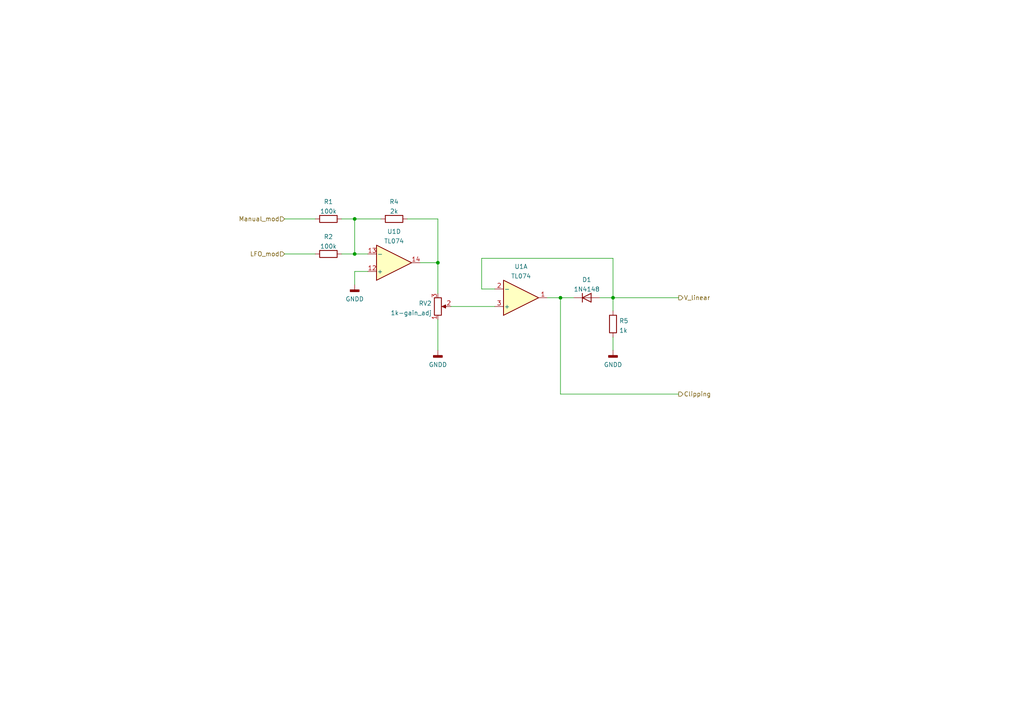
<source format=kicad_sch>
(kicad_sch (version 20211123) (generator eeschema)
  (paper "A4")
  (title_block (title "FGVCO - Core 1") (date "2022-06-30") (company "Filippo Gottardo"))
  (lib_symbols
    (symbol "Amplifier_Operational:TL074" (pin_names (offset 0.127))
      (property "Reference" "U" (at 0 5.08 0))
      (property "Value" "TL074" (at 0 -5.08 0))
      (symbol "TL074_1_1"
        (polyline (pts (xy -5.08 5.08) (xy 5.08 0) (xy -5.08 -5.08) (xy -5.08 5.08)) (stroke (width 0.254)) (fill (type background)))
        (pin output line (at 7.62 0 180) (length 2.54) (name "~") (number "1"))
        (pin input line (at -7.62 -2.54 0) (length 2.54) (name "-") (number "2"))
        (pin input line (at -7.62 2.54 0) (length 2.54) (name "+") (number "3"))
      )
      (symbol "TL074_2_1"
        (polyline (pts (xy -5.08 5.08) (xy 5.08 0) (xy -5.08 -5.08) (xy -5.08 5.08)) (stroke (width 0.254)) (fill (type background)))
        (pin input line (at -7.62 2.54 0) (length 2.54) (name "+") (number "5"))
        (pin input line (at -7.62 -2.54 0) (length 2.54) (name "-") (number "6"))
        (pin output line (at 7.62 0 180) (length 2.54) (name "~") (number "7"))
      )
      (symbol "TL074_3_1"
        (polyline (pts (xy -5.08 5.08) (xy 5.08 0) (xy -5.08 -5.08) (xy -5.08 5.08)) (stroke (width 0.254)) (fill (type background)))
        (pin input line (at -7.62 2.54 0) (length 2.54) (name "+") (number "10"))
        (pin output line (at 7.62 0 180) (length 2.54) (name "~") (number "8"))
        (pin input line (at -7.62 -2.54 0) (length 2.54) (name "-") (number "9"))
      )
      (symbol "TL074_4_1"
        (polyline (pts (xy -5.08 5.08) (xy 5.08 0) (xy -5.08 -5.08) (xy -5.08 5.08)) (stroke (width 0.254)) (fill (type background)))
        (pin input line (at -7.62 2.54 0) (length 2.54) (name "+") (number "12"))
        (pin input line (at -7.62 -2.54 0) (length 2.54) (name "-") (number "13"))
        (pin output line (at 7.62 0 180) (length 2.54) (name "~") (number "14"))
      )
      (symbol "TL074_5_1"
        (pin power_in line (at -2.54 -7.62 90) (length 3.81) (name "V-") (number "11"))
        (pin power_in line (at -2.54 7.62 270) (length 3.81) (name "V+") (number "4"))
      )
    )
    (symbol "Device:R" (pin_numbers hide) (pin_names (offset 0))
      (property "Reference" "R" (at 2.032 0 90))
      (property "Value" "R" (at 0 0 90))
      (symbol "R_0_1"
        (rectangle (start -1.016 -2.54) (end 1.016 2.54) (stroke (width 0.254)))
      )
      (symbol "R_1_1"
        (pin passive line (at 0 3.81 270) (length 1.27) (name "~") (number "1"))
        (pin passive line (at 0 -3.81 90) (length 1.27) (name "~") (number "2"))
      )
    )
    (symbol "Device:R_Potentiometer" (pin_names (offset 1.016) hide)
      (property "Reference" "RV" (at -4.445 0 90))
      (property "Value" "R_Potentiometer" (at -2.54 0 90))
      (symbol "R_Potentiometer_0_1"
        (polyline (pts (xy 2.54 0) (xy 1.524 0)))
        (polyline (pts (xy 1.143 0) (xy 2.286 0.508) (xy 2.286 -0.508) (xy 1.143 0)) (fill (type outline)))
        (rectangle (start 1.016 2.54) (end -1.016 -2.54) (stroke (width 0.254)))
      )
      (symbol "R_Potentiometer_1_1"
        (pin passive line (at 0 3.81 270) (length 1.27) (name "1") (number "1"))
        (pin passive line (at 3.81 0 180) (length 1.27) (name "2") (number "2"))
        (pin passive line (at 0 -3.81 90) (length 1.27) (name "3") (number "3"))
      )
    )
    (symbol "Diode:1N4148" (pin_numbers hide) (pin_names (offset 1.016) hide)
      (property "Reference" "D" (at 0 2.54 0))
      (property "Value" "1N4148" (at 0 -2.54 0))
      (symbol "1N4148_0_1"
        (polyline (pts (xy -1.27 1.27) (xy -1.27 -1.27)) (stroke (width 0.254)))
        (polyline (pts (xy 1.27 0) (xy -1.27 0)))
        (polyline (pts (xy 1.27 1.27) (xy 1.27 -1.27) (xy -1.27 0) (xy 1.27 1.27)) (stroke (width 0.254)))
      )
      (symbol "1N4148_1_1"
        (pin passive line (at -3.81 0 0) (length 2.54) (name "K") (number "1"))
        (pin passive line (at 3.81 0 180) (length 2.54) (name "A") (number "2"))
      )
    )
    (symbol "power:GNDD" (power) (pin_names (offset 0))
      (property "Value" "GNDD" (at 0 -3.175 0))
      (symbol "GNDD_0_1"
        (rectangle (start -1.27 -1.524) (end 1.27 -2.032) (stroke (width 0.254)) (fill (type outline)))
        (polyline (pts (xy 0 0) (xy 0 -1.524)))
      )
      (symbol "GNDD_1_1"
        (pin power_in line (at 0 0 270) (length 0) hide (name "GNDD") (number "1"))
      )
    )
  )
  (junction (at 102.87 63.5))
  (junction (at 177.8 86.36))
  (junction (at 127 76.2))
  (junction (at 162.56 86.36))
  (junction (at 102.87 73.66))
  (wire (pts (xy 127 76.2) (xy 121.92 76.2)))
  (wire (pts (xy 127 76.2) (xy 127 85.09)))
  (wire (pts (xy 102.87 73.66) (xy 106.68 73.66)))
  (wire (pts (xy 177.8 86.36) (xy 173.99 86.36)))
  (wire (pts (xy 177.8 86.36) (xy 177.8 90.17)))
  (wire (pts (xy 177.8 74.93) (xy 177.8 86.36)))
  (wire (pts (xy 162.56 86.36) (xy 166.37 86.36)))
  (wire (pts (xy 110.49 63.5) (xy 102.87 63.5)))
  (wire (pts (xy 99.06 73.66) (xy 102.87 73.66)))
  (wire (pts (xy 82.55 63.5) (xy 91.44 63.5)))
  (wire (pts (xy 118.11 63.5) (xy 127 63.5)))
  (wire (pts (xy 162.56 114.3) (xy 196.85 114.3)))
  (wire (pts (xy 82.55 73.66) (xy 91.44 73.66)))
  (wire (pts (xy 130.81 88.9) (xy 143.51 88.9)))
  (wire (pts (xy 127 92.71) (xy 127 101.6)))
  (wire (pts (xy 139.7 74.93) (xy 177.8 74.93)))
  (wire (pts (xy 102.87 63.5) (xy 102.87 73.66)))
  (wire (pts (xy 158.75 86.36) (xy 162.56 86.36)))
  (wire (pts (xy 177.8 86.36) (xy 196.85 86.36)))
  (wire (pts (xy 102.87 78.74) (xy 102.87 82.55)))
  (wire (pts (xy 99.06 63.5) (xy 102.87 63.5)))
  (wire (pts (xy 106.68 78.74) (xy 102.87 78.74)))
  (wire (pts (xy 127 63.5) (xy 127 76.2)))
  (wire (pts (xy 177.8 97.79) (xy 177.8 101.6)))
  (wire (pts (xy 143.51 83.82) (xy 139.7 83.82)))
  (wire (pts (xy 162.56 86.36) (xy 162.56 114.3)))
  (wire (pts (xy 139.7 83.82) (xy 139.7 74.93)))
  (hierarchical_label "V_linear" (shape output) (at 196.85 86.36 0))
  (hierarchical_label "Clipping" (shape output) (at 196.85 114.3 0))
  (hierarchical_label "Manual_mod" (shape input) (at 82.55 63.5 180))
  (hierarchical_label "LFO_mod" (shape input) (at 82.55 73.66 180))
  (symbol (lib_id "Device:R") (at 95.25 63.5 90) (unit 1)
    (property "Reference" "R1" (at 95.25 58.5175 90))
    (property "Value" "100k" (at 95.25 61.2926 90))
    (property "Footprint" "Resistor_THT:R_Axial_DIN0207_L6.3mm_D2.5mm_P10.16mm_Horizontal" (effects hide))
  )
  (symbol (lib_id "Amplifier_Operational:TL074") (at 151.13 86.36 0) (mirror x) (unit 1)
    (property "Reference" "U1" (at 151.13 77.3135 0))
    (property "Value" "TL074" (at 151.13 80.0886 0))
    (property "Footprint" "Custom Footprints:DIP-14_central_caps" (effects hide))
    (property "Datasheet" "http://www.ti.com/lit/ds/symlink/tl071.pdf" (effects hide))
  )
  (symbol (lib_id "Device:R") (at 177.8 93.98 180) (unit 1)
    (property "Reference" "R5" (at 179.578 93.0715 0) (effects (justify right)))
    (property "Value" "1k" (at 179.578 95.8466 0) (effects (justify right)))
    (property "Footprint" "Resistor_THT:R_Axial_DIN0207_L6.3mm_D2.5mm_P10.16mm_Horizontal" (effects hide))
  )
  (symbol (lib_id "Device:R") (at 114.3 63.5 90) (unit 1)
    (property "Reference" "R4" (at 114.3 58.5175 90))
    (property "Value" "2k" (at 114.3 61.2926 90))
    (property "Footprint" "Resistor_THT:R_Axial_DIN0207_L6.3mm_D2.5mm_P10.16mm_Horizontal" (effects hide))
  )
  (symbol (lib_id "Amplifier_Operational:TL074") (at 114.3 76.2 0) (mirror x) (unit 4)
    (property "Reference" "U1" (at 114.3 67.1535 0))
    (property "Value" "TL074" (at 114.3 69.9286 0))
    (property "Footprint" "Custom Footprints:DIP-14_central_caps" (effects hide))
    (property "Datasheet" "http://www.ti.com/lit/ds/symlink/tl071.pdf" (effects hide))
  )
  (symbol (lib_id "Device:R_Potentiometer") (at 127 88.9 0) (mirror x) (unit 1)
    (property "Reference" "RV2" (at 125.222 87.9915 0) (effects (justify right)))
    (property "Value" "1k-gain_adj" (at 125.222 90.7666 0) (effects (justify right)))
    (property "Footprint" "Potentiometer_THT:Potentiometer_Bourns_3296W_Vertical" (effects hide))
  )
  (symbol (lib_id "power:GNDD") (at 177.8 101.6 0) (unit 1)
    (property "Reference" "#PWR0113" (effects hide))
    (property "Value" "GNDD" (at 177.8 105.7815 0))
  )
  (symbol (lib_id "Device:R") (at 95.25 73.66 90) (unit 1)
    (property "Reference" "R2" (at 95.25 68.6775 90))
    (property "Value" "100k" (at 95.25 71.4526 90))
    (property "Footprint" "Resistor_THT:R_Axial_DIN0207_L6.3mm_D2.5mm_P10.16mm_Horizontal" (effects hide))
  )
  (symbol (lib_id "power:GNDD") (at 127 101.6 0) (unit 1)
    (property "Reference" "#PWR0112" (effects hide))
    (property "Value" "GNDD" (at 127 105.7815 0))
  )
  (symbol (lib_id "power:GNDD") (at 102.87 82.55 0) (unit 1)
    (property "Reference" "#PWR0111" (effects hide))
    (property "Value" "GNDD" (at 102.87 86.7315 0))
  )
  (symbol (lib_id "Diode:1N4148") (at 170.18 86.36 0) (unit 1)
    (property "Reference" "D1" (at 170.18 81.1235 0))
    (property "Value" "1N4148" (at 170.18 83.8986 0))
    (property "Footprint" "Diode_THT:D_DO-35_SOD27_P7.62mm_Horizontal" (effects hide))
    (property "Datasheet" "https://assets.nexperia.com/documents/data-sheet/1N4148_1N4448.pdf" (effects hide))
  )
)
</source>
